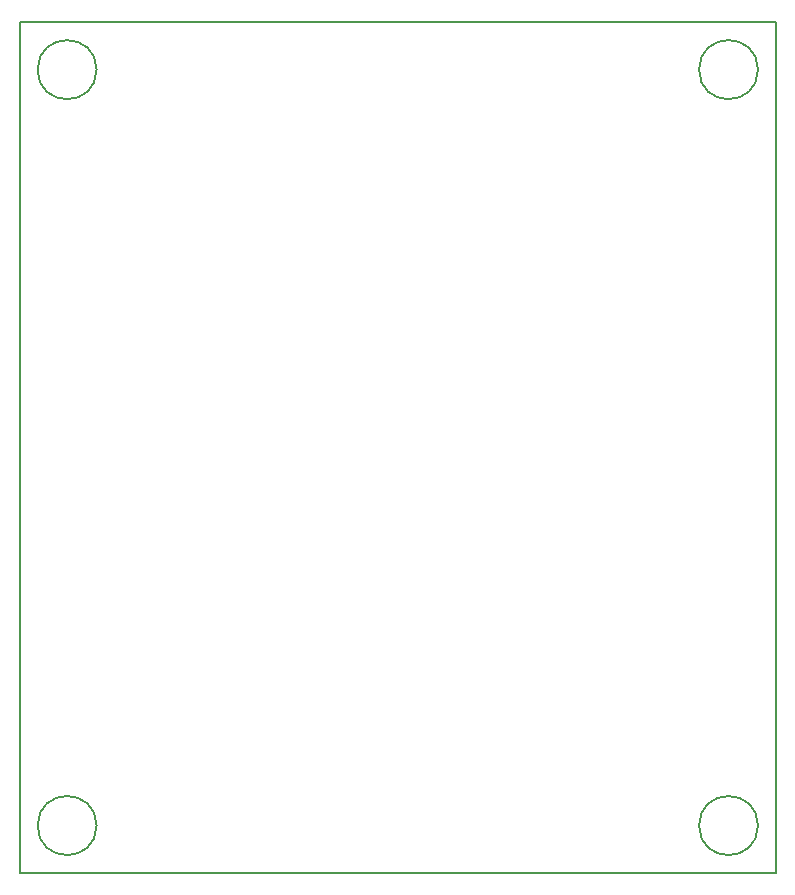
<source format=gbr>
G04 #@! TF.GenerationSoftware,KiCad,Pcbnew,5.0.2-bee76a0~70~ubuntu14.04.1*
G04 #@! TF.CreationDate,2019-05-26T21:23:03+02:00*
G04 #@! TF.ProjectId,nano_shield_c,6e616e6f-5f73-4686-9965-6c645f632e6b,rev?*
G04 #@! TF.SameCoordinates,Original*
G04 #@! TF.FileFunction,Profile,NP*
%FSLAX46Y46*%
G04 Gerber Fmt 4.6, Leading zero omitted, Abs format (unit mm)*
G04 Created by KiCad (PCBNEW 5.0.2-bee76a0~70~ubuntu14.04.1) date Ned 26 Svi 2019 21:23:03*
%MOMM*%
%LPD*%
G01*
G04 APERTURE LIST*
%ADD10C,0.200000*%
%ADD11C,0.150000*%
G04 APERTURE END LIST*
D10*
X171500000Y-60000000D02*
G75*
G03X171500000Y-60000000I-2500000J0D01*
G01*
X115500000Y-60000000D02*
G75*
G03X115500000Y-60000000I-2500000J0D01*
G01*
X171500000Y-124000000D02*
G75*
G03X171500000Y-124000000I-2500000J0D01*
G01*
X115500000Y-124000000D02*
G75*
G03X115500000Y-124000000I-2500000J0D01*
G01*
D11*
X173000000Y-56000000D02*
X109000000Y-56000000D01*
X173000000Y-128000000D02*
X173000000Y-56000000D01*
X109000000Y-128000000D02*
X173000000Y-128000000D01*
X109000000Y-56000000D02*
X109000000Y-128000000D01*
M02*

</source>
